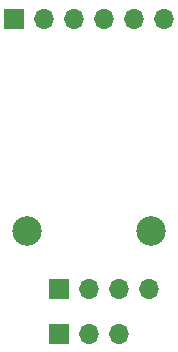
<source format=gbr>
%TF.GenerationSoftware,KiCad,Pcbnew,7.0.8*%
%TF.CreationDate,2024-11-24T19:48:23+00:00*%
%TF.ProjectId,working,776f726b-696e-4672-9e6b-696361645f70,rev?*%
%TF.SameCoordinates,Original*%
%TF.FileFunction,Soldermask,Top*%
%TF.FilePolarity,Negative*%
%FSLAX46Y46*%
G04 Gerber Fmt 4.6, Leading zero omitted, Abs format (unit mm)*
G04 Created by KiCad (PCBNEW 7.0.8) date 2024-11-24 19:48:23*
%MOMM*%
%LPD*%
G01*
G04 APERTURE LIST*
%ADD10R,1.700000X1.700000*%
%ADD11O,1.700000X1.700000*%
%ADD12C,2.500000*%
G04 APERTURE END LIST*
D10*
%TO.C,CONN3*%
X-2540000Y-7620000D03*
D11*
X0Y-7620000D03*
X2540000Y-7620000D03*
X5080000Y-7620000D03*
%TD*%
D12*
%TO.C,REF\u002A\u002A*%
X-5250000Y-2750000D03*
%TD*%
%TO.C,REF\u002A\u002A*%
X5250000Y-2750000D03*
%TD*%
D10*
%TO.C,CONN2*%
X-2540000Y-11430000D03*
D11*
X0Y-11430000D03*
X2540000Y-11430000D03*
%TD*%
D10*
%TO.C,CONN1*%
X-6350000Y15240000D03*
D11*
X-3810000Y15240000D03*
X-1270000Y15240000D03*
X1270000Y15240000D03*
X3810000Y15240000D03*
X6350000Y15240000D03*
%TD*%
M02*

</source>
